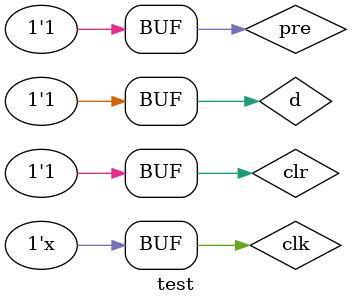
<source format=v>
`timescale 1ns / 1ps


module test;

	// Inputs
	reg d;
	reg clk;
	reg pre;
	reg clr;

	// Outputs
	wire q;
	wire qn;

	// Instantiate the Unit Under Test (UUT)
	D uut (
		.q(q), 
		.qn(qn), 
		.d(d), 
		.clk(clk), 
		.pre(pre), 
		.clr(clr)
	);

	initial begin
		// Initialize Inputs
		d = 0;
		clk = 0;
		pre = 0;
		clr = 1;

		// Wait 100 ns for global reset to finish
		#100;
      d = 0;
		pre = 1;
		clr = 0;

		// Wait 100 ns for global reset to finish
		#100;
		d = 0;
		pre = 1;
		clr = 1;

		// Wait 100 ns for global reset to finish
		#100;
		d = 1;
		pre = 1;
		clr = 1;

		// Wait 100 ns for global reset to finish
		#100;
		d = 0;
		pre = 0;
		clr = 1;

		// Wait 100 ns for global reset to finish
		#100;
		d = 0;
		pre = 1;
		clr = 0;

		// Wait 100 ns for global reset to finish
		#100;
		d = 0;
		pre = 1;
		clr = 1;

		// Wait 100 ns for global reset to finish
		#100;
		d = 1;
		pre = 1;
		clr = 1;

		// Wait 100 ns for global reset to finish
		#100;
		// Add stimulus here

	end
   always #30 clk = ~clk;
endmodule


</source>
